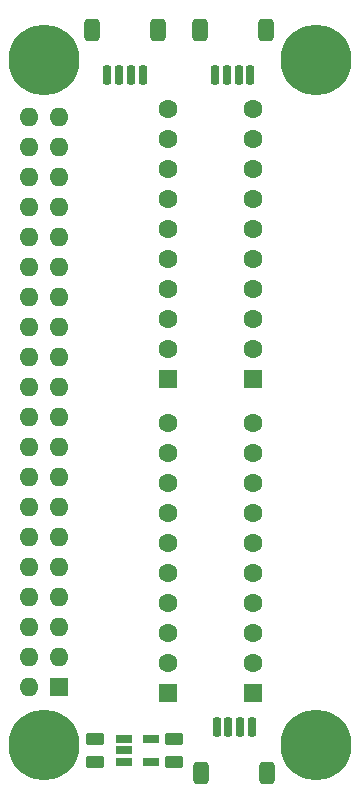
<source format=gbr>
G04 #@! TF.GenerationSoftware,KiCad,Pcbnew,(6.0.0)*
G04 #@! TF.CreationDate,2022-02-24T22:11:55+04:00*
G04 #@! TF.ProjectId,RPi3-screw-terminal-shiel,52506933-2d73-4637-9265-772d7465726d,rev?*
G04 #@! TF.SameCoordinates,Original*
G04 #@! TF.FileFunction,Soldermask,Top*
G04 #@! TF.FilePolarity,Negative*
%FSLAX46Y46*%
G04 Gerber Fmt 4.6, Leading zero omitted, Abs format (unit mm)*
G04 Created by KiCad (PCBNEW (6.0.0)) date 2022-02-24 22:11:55*
%MOMM*%
%LPD*%
G01*
G04 APERTURE LIST*
G04 Aperture macros list*
%AMRoundRect*
0 Rectangle with rounded corners*
0 $1 Rounding radius*
0 $2 $3 $4 $5 $6 $7 $8 $9 X,Y pos of 4 corners*
0 Add a 4 corners polygon primitive as box body*
4,1,4,$2,$3,$4,$5,$6,$7,$8,$9,$2,$3,0*
0 Add four circle primitives for the rounded corners*
1,1,$1+$1,$2,$3*
1,1,$1+$1,$4,$5*
1,1,$1+$1,$6,$7*
1,1,$1+$1,$8,$9*
0 Add four rect primitives between the rounded corners*
20,1,$1+$1,$2,$3,$4,$5,0*
20,1,$1+$1,$4,$5,$6,$7,0*
20,1,$1+$1,$6,$7,$8,$9,0*
20,1,$1+$1,$8,$9,$2,$3,0*%
G04 Aperture macros list end*
%ADD10RoundRect,0.050000X0.750000X-0.750000X0.750000X0.750000X-0.750000X0.750000X-0.750000X-0.750000X0*%
%ADD11C,1.600000*%
%ADD12RoundRect,0.200000X-0.150000X-0.625000X0.150000X-0.625000X0.150000X0.625000X-0.150000X0.625000X0*%
%ADD13RoundRect,0.300000X-0.350000X-0.650000X0.350000X-0.650000X0.350000X0.650000X-0.350000X0.650000X0*%
%ADD14RoundRect,0.300000X-0.475000X0.250000X-0.475000X-0.250000X0.475000X-0.250000X0.475000X0.250000X0*%
%ADD15RoundRect,0.200000X0.150000X0.625000X-0.150000X0.625000X-0.150000X-0.625000X0.150000X-0.625000X0*%
%ADD16RoundRect,0.300000X0.350000X0.650000X-0.350000X0.650000X-0.350000X-0.650000X0.350000X-0.650000X0*%
%ADD17RoundRect,0.200000X-0.512500X-0.150000X0.512500X-0.150000X0.512500X0.150000X-0.512500X0.150000X0*%
%ADD18C,6.000000*%
%ADD19RoundRect,0.050000X-0.750000X-0.750000X0.750000X-0.750000X0.750000X0.750000X-0.750000X0.750000X0*%
%ADD20O,1.600000X1.600000*%
G04 APERTURE END LIST*
D10*
G04 #@! TO.C,J3*
X109500000Y-65900000D03*
D11*
X109500000Y-63360000D03*
X109500000Y-60820000D03*
X109500000Y-58280000D03*
X109500000Y-55740000D03*
X109500000Y-53200000D03*
X109500000Y-50660000D03*
X109500000Y-48120000D03*
X109500000Y-45580000D03*
X109500000Y-43040000D03*
G04 #@! TD*
D10*
G04 #@! TO.C,J4*
X102300000Y-92460000D03*
D11*
X102300000Y-89920000D03*
X102300000Y-87380000D03*
X102300000Y-84840000D03*
X102300000Y-82300000D03*
X102300000Y-79760000D03*
X102300000Y-77220000D03*
X102300000Y-74680000D03*
X102300000Y-72140000D03*
X102300000Y-69600000D03*
G04 #@! TD*
D10*
G04 #@! TO.C,J2*
X109500000Y-92460000D03*
D11*
X109500000Y-89920000D03*
X109500000Y-87380000D03*
X109500000Y-84840000D03*
X109500000Y-82300000D03*
X109500000Y-79760000D03*
X109500000Y-77220000D03*
X109500000Y-74680000D03*
X109500000Y-72140000D03*
X109500000Y-69600000D03*
G04 #@! TD*
D12*
G04 #@! TO.C,J8*
X106450000Y-95350000D03*
X107450000Y-95350000D03*
X108450000Y-95350000D03*
X109450000Y-95350000D03*
D13*
X110750000Y-99225000D03*
X105150000Y-99225000D03*
G04 #@! TD*
D14*
G04 #@! TO.C,C2*
X102870000Y-96400000D03*
X102870000Y-98300000D03*
G04 #@! TD*
D15*
G04 #@! TO.C,J6*
X100200000Y-40200000D03*
X99200000Y-40200000D03*
X98200000Y-40200000D03*
X97200000Y-40200000D03*
D16*
X95900000Y-36325000D03*
X101500000Y-36325000D03*
G04 #@! TD*
D15*
G04 #@! TO.C,J7*
X109300000Y-40200000D03*
X108300000Y-40200000D03*
X107300000Y-40200000D03*
X106300000Y-40200000D03*
D16*
X105000000Y-36325000D03*
X110600000Y-36325000D03*
G04 #@! TD*
D14*
G04 #@! TO.C,C1*
X96130000Y-96400000D03*
X96130000Y-98300000D03*
G04 #@! TD*
D17*
G04 #@! TO.C,U1*
X98592500Y-96400000D03*
X98592500Y-97350000D03*
X98592500Y-98300000D03*
X100867500Y-98300000D03*
X100867500Y-96400000D03*
G04 #@! TD*
D10*
G04 #@! TO.C,J5*
X102300000Y-65900000D03*
D11*
X102300000Y-63360000D03*
X102300000Y-60820000D03*
X102300000Y-58280000D03*
X102300000Y-55740000D03*
X102300000Y-53200000D03*
X102300000Y-50660000D03*
X102300000Y-48120000D03*
X102300000Y-45580000D03*
X102300000Y-43040000D03*
G04 #@! TD*
D18*
G04 #@! TO.C,J1*
X114830000Y-38870000D03*
X114830000Y-96870000D03*
X91830000Y-38870000D03*
X91830000Y-96870000D03*
D19*
X93100000Y-92000000D03*
D20*
X90560000Y-92000000D03*
X93100000Y-89460000D03*
X90560000Y-89460000D03*
X93100000Y-86920000D03*
X90560000Y-86920000D03*
X93100000Y-84380000D03*
X90560000Y-84380000D03*
X93100000Y-81840000D03*
X90560000Y-81840000D03*
X93100000Y-79300000D03*
X90560000Y-79300000D03*
X93100000Y-76760000D03*
X90560000Y-76760000D03*
X93100000Y-74220000D03*
X90560000Y-74220000D03*
X93100000Y-71680000D03*
X90560000Y-71680000D03*
X93100000Y-69140000D03*
X90560000Y-69140000D03*
X93100000Y-66600000D03*
X90560000Y-66600000D03*
X93100000Y-64060000D03*
X90560000Y-64060000D03*
X93100000Y-61520000D03*
X90560000Y-61520000D03*
X93100000Y-58980000D03*
X90560000Y-58980000D03*
X93100000Y-56440000D03*
X90560000Y-56440000D03*
X93100000Y-53900000D03*
X90560000Y-53900000D03*
X93100000Y-51360000D03*
X90560000Y-51360000D03*
X93100000Y-48820000D03*
X90560000Y-48820000D03*
X93100000Y-46280000D03*
X90560000Y-46280000D03*
X93100000Y-43740000D03*
X90560000Y-43740000D03*
G04 #@! TD*
M02*

</source>
